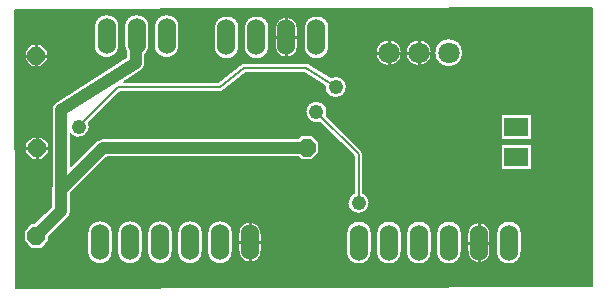
<source format=gbl>
%FSLAX23Y23*%
%MOIN*%
G04 EasyPC Gerber Version 16.0.6 Build 3249 *
%AMT92*0 Octagon Pad at angle 0*4,1,8,-0.01243,-0.03000,0.01243,-0.03000,0.03000,-0.01243,0.03000,0.01243,0.01243,0.03000,-0.01243,0.03000,-0.03000,0.01243,-0.03000,-0.01243,-0.01243,-0.03000,0*%
%ADD92T92*%
%ADD18O,0.06000X0.12000*%
%ADD12C,0.00500*%
%ADD96C,0.00591*%
%ADD15C,0.01000*%
%ADD95C,0.03937*%
%ADD97C,0.04800*%
%ADD88C,0.07100*%
%ADD87R,0.08000X0.06000*%
X0Y0D02*
D02*
D12*
X23Y952D02*
X25Y25D01*
X1945Y32*
Y960*
X23Y952*
X77Y761D02*
X55Y784D01*
Y816*
X77Y838*
X109*
X132Y816*
Y784*
X109Y761*
X77*
X80Y453D02*
X57Y476D01*
Y508*
X80Y530*
X112*
X134Y508*
Y476*
X112Y453*
X80*
X86Y242D02*
X142Y297D01*
Y350*
G75*
G02X144Y364I34J3*
G01*
Y618*
G75*
G02X158Y645I32*
G01*
X393Y794*
Y810*
G75*
G02X385Y835I35J25*
G01*
Y895*
G75*
G02X470I43*
G01*
Y835*
G75*
G02X457Y804I-43*
G01*
Y776*
G75*
G02X443Y749I-32*
G01*
X384Y712*
X700*
X775Y773*
G75*
G02X786Y777I11J-13*
G01*
X991*
G75*
G02X1000Y774J-17*
G01*
X1074Y728*
G75*
G02X1128Y696I18J-32*
G01*
G75*
G02X1055I-37*
G01*
G75*
G02X1055Y699I36J0*
G01*
X986Y743*
X792*
X717Y682*
G75*
G02X706Y678I-11J13*
G01*
X372*
X269Y575*
G75*
G02X208Y538I-35J-12*
G01*
Y431*
X293Y516*
G75*
G02X316Y525I23J-23*
G01*
X967*
X977Y536*
X1012*
X1037Y511*
Y476*
X1012Y451*
X977*
X967Y461*
X329*
X209Y341*
Y283*
G75*
G02X199Y259I-34*
G01*
X136Y197*
Y182*
X111Y157*
X76*
X51Y182*
Y217*
X76Y242*
X86*
X285Y835D02*
Y895D01*
G75*
G02X370I43*
G01*
Y835*
G75*
G02X285I-43*
G01*
X348Y208D02*
Y148D01*
G75*
G02X263I-43*
G01*
Y208*
G75*
G02X348I43*
G01*
X448D02*
Y148D01*
G75*
G02X363I-43*
G01*
Y208*
G75*
G02X448I43*
G01*
X485Y835D02*
Y895D01*
G75*
G02X570I43*
G01*
Y835*
G75*
G02X485I-43*
G01*
X548Y208D02*
Y148D01*
G75*
G02X463I-43*
G01*
Y208*
G75*
G02X548I43*
G01*
X648D02*
Y148D01*
G75*
G02X563I-43*
G01*
Y208*
G75*
G02X648I43*
G01*
X748D02*
Y148D01*
G75*
G02X663I-43*
G01*
Y208*
G75*
G02X748I43*
G01*
X770Y891D02*
Y831D01*
G75*
G02X685I-43*
G01*
Y891*
G75*
G02X770I43*
G01*
X844Y208D02*
Y148D01*
G75*
G02X767I-38*
G01*
Y208*
G75*
G02X844I38*
G01*
X870Y891D02*
Y831D01*
G75*
G02X785I-43*
G01*
Y891*
G75*
G02X870I43*
G01*
X965D02*
Y831D01*
G75*
G02X889I-38*
G01*
Y891*
G75*
G02X965I38*
G01*
X1039Y577D02*
G75*
G02X990Y612I-12J34D01*
G01*
G75*
G02X1063I37*
G01*
G75*
G02X1061Y599I-37J0*
G01*
X1179Y481*
G75*
G02X1183Y471I-11J-11*
G01*
Y343*
G75*
G02X1204Y310I-15J-33*
G01*
G75*
G02X1131I-37*
G01*
G75*
G02X1152Y343I37*
G01*
Y464*
X1039Y577*
X1070Y891D02*
Y831D01*
G75*
G02X985I-43*
G01*
Y891*
G75*
G02X1070I43*
G01*
X1126Y147D02*
Y207D01*
G75*
G02X1211I43*
G01*
Y147*
G75*
G02X1126I-43*
G01*
X1226D02*
Y207D01*
G75*
G02X1311I43*
G01*
Y147*
G75*
G02X1226I-43*
G01*
X1312Y810D02*
G75*
G02X1224I-44D01*
G01*
G75*
G02X1312I44*
G01*
X1326Y147D02*
Y207D01*
G75*
G02X1411I43*
G01*
Y147*
G75*
G02X1326I-43*
G01*
X1412Y810D02*
G75*
G02X1324I-44D01*
G01*
G75*
G02X1412I44*
G01*
X1426Y147D02*
Y207D01*
G75*
G02X1511I43*
G01*
Y147*
G75*
G02X1426I-43*
G01*
X1516Y810D02*
G75*
G02X1420I-48D01*
G01*
G75*
G02X1516I48*
G01*
X1530Y147D02*
Y207D01*
G75*
G02X1607I38*
G01*
Y147*
G75*
G02X1530I-38*
G01*
X1626D02*
Y207D01*
G75*
G02X1711I43*
G01*
Y147*
G75*
G02X1626I-43*
G01*
X1746Y419D02*
X1641D01*
Y504*
X1746*
Y419*
Y519D02*
X1641D01*
Y604*
X1746*
Y519*
X24Y800D02*
G36*
X24Y562D01*
X144*
Y618*
G75*
G02X158Y645I32*
G01*
X393Y794*
Y800*
X352*
G75*
G02X304I-24J35*
G01*
X132*
Y784*
X109Y761*
X77*
X55Y784*
Y800*
X24*
G37*
X55D02*
G36*
Y816D01*
X77Y838*
X109*
X132Y816*
Y800*
X304*
G75*
G02X285Y835I24J35*
G01*
Y895*
G75*
G02X370I43*
G01*
Y835*
G75*
G02X352Y800I-43*
G01*
X393*
Y810*
G75*
G02X385Y835I35J25*
G01*
Y895*
G75*
G02X470I43*
G01*
Y835*
G75*
G02X457Y804I-43*
G01*
Y800*
X504*
G75*
G02X485Y835I24J35*
G01*
Y895*
G75*
G02X570I43*
G01*
Y835*
G75*
G02X552Y800I-43*
G01*
X699*
G75*
G02X685Y831I29J31*
G01*
Y891*
G75*
G02X770I43*
G01*
Y831*
G75*
G02X756Y800I-43*
G01*
X799*
G75*
G02X785Y831I29J31*
G01*
Y891*
G75*
G02X870I43*
G01*
Y831*
G75*
G02X856Y800I-43*
G01*
X905*
G75*
G02X889Y831I22J31*
G01*
Y891*
G75*
G02X965I38*
G01*
Y831*
G75*
G02X949Y800I-38*
G01*
X999*
G75*
G02X985Y831I29J31*
G01*
Y891*
G75*
G02X1070I43*
G01*
Y831*
G75*
G02X1056Y800I-43*
G01*
X1225*
G75*
G02X1224Y810I43J10*
G01*
G75*
G02X1312I44*
G01*
G75*
G02X1310Y800I-44J0*
G01*
X1325*
G75*
G02X1324Y810I43J10*
G01*
G75*
G02X1412I44*
G01*
G75*
G02X1410Y800I-44J0*
G01*
X1421*
G75*
G02X1420Y810I47J10*
G01*
G75*
G02X1516I48*
G01*
G75*
G02X1515Y800I-48J0*
G01*
X1945*
Y960*
X23Y952*
X24Y800*
X55*
G37*
X457D02*
G36*
Y776D01*
G75*
G02X443Y749I-32*
G01*
X384Y712*
X700*
X775Y773*
G75*
G02X786Y777I11J-13*
G01*
X991*
G75*
G02X1000Y774J-17*
G01*
X1074Y728*
G75*
G02X1128Y696I18J-32*
G01*
G75*
G02X1055I-37*
G01*
G75*
G02X1055Y699I36J0*
G01*
X986Y743*
X792*
X717Y682*
G75*
G02X706Y678I-11J13*
G01*
X372*
X269Y575*
G75*
G02X271Y562I-35J-12*
G01*
X1055*
X1039Y577*
G75*
G02X990Y612I-12J34*
G01*
G75*
G02X1063I37*
G01*
G75*
G02X1061Y599I-37J0*
G01*
X1098Y562*
X1641*
Y604*
X1746*
Y562*
X1945*
Y800*
X1515*
G75*
G02X1421I-47J10*
G01*
X1410*
G75*
G02X1325I-43J10*
G01*
X1310*
G75*
G02X1225I-43J10*
G01*
X1056*
G75*
G02X999I-29J31*
G01*
X949*
G75*
G02X905I-22J31*
G01*
X856*
G75*
G02X799I-29J31*
G01*
X756*
G75*
G02X699I-29J31*
G01*
X552*
G75*
G02X504I-24J35*
G01*
X457*
G37*
X24Y492D02*
G36*
X24Y178D01*
X55*
X51Y182*
Y217*
X76Y242*
X86*
X142Y297*
Y350*
G75*
G02X144Y364I34J3*
G01*
Y492*
X134*
Y476*
X112Y453*
X80*
X57Y476*
Y492*
X24*
G37*
X57D02*
G36*
Y508D01*
X80Y530*
X112*
X134Y508*
Y492*
X144*
Y562*
X24*
X24Y492*
X57*
G37*
X1037D02*
G36*
Y476D01*
X1012Y451*
X977*
X967Y461*
X329*
X209Y341*
Y283*
G75*
G02X199Y259I-34*
G01*
X136Y197*
Y182*
X132Y178*
X263*
Y208*
G75*
G02X348I43*
G01*
Y178*
X363*
Y208*
G75*
G02X448I43*
G01*
Y178*
X463*
Y208*
G75*
G02X548I43*
G01*
Y178*
X563*
Y208*
G75*
G02X648I43*
G01*
Y178*
X663*
Y208*
G75*
G02X748I43*
G01*
Y178*
X767*
Y208*
G75*
G02X844I38*
G01*
Y178*
X1126*
Y207*
G75*
G02X1211I43*
G01*
Y178*
X1226*
Y207*
G75*
G02X1311I43*
G01*
Y178*
X1326*
Y207*
G75*
G02X1411I43*
G01*
Y178*
X1426*
Y207*
G75*
G02X1511I43*
G01*
Y178*
X1530*
Y207*
G75*
G02X1607I38*
G01*
Y178*
X1626*
Y207*
G75*
G02X1711I43*
G01*
Y178*
X1945*
Y492*
X1746*
Y419*
X1641*
Y492*
X1169*
X1179Y481*
G75*
G02X1183Y471I-11J-11*
G01*
Y343*
G75*
G02X1204Y310I-15J-33*
G01*
G75*
G02X1131I-37*
G01*
G75*
G02X1152Y343I37*
G01*
Y464*
X1125Y492*
X1037*
G37*
X1125D02*
G36*
X1055Y562D01*
X271*
G75*
G02X208Y538I-36J1*
G01*
Y431*
X293Y516*
G75*
G02X316Y525I23J-23*
G01*
X967*
X977Y536*
X1012*
X1037Y511*
Y492*
X1125*
G37*
X1641D02*
G36*
Y504D01*
X1746*
Y492*
X1945*
Y562*
X1746*
Y519*
X1641*
Y562*
X1098*
X1169Y492*
X1641*
G37*
X24Y178D02*
G36*
X25Y25D01*
X1945Y32*
Y178*
X1711*
Y147*
G75*
G02X1626I-43*
G01*
Y178*
X1607*
Y147*
G75*
G02X1530I-38*
G01*
Y178*
X1511*
Y147*
G75*
G02X1426I-43*
G01*
Y178*
X1411*
Y147*
G75*
G02X1326I-43*
G01*
Y178*
X1311*
Y147*
G75*
G02X1226I-43*
G01*
Y178*
X1211*
Y147*
G75*
G02X1126I-43*
G01*
Y178*
X844*
Y148*
G75*
G02X767I-38*
G01*
Y178*
X748*
Y148*
G75*
G02X663I-43*
G01*
Y178*
X648*
Y148*
G75*
G02X563I-43*
G01*
Y178*
X548*
Y148*
G75*
G02X463I-43*
G01*
Y178*
X448*
Y148*
G75*
G02X363I-43*
G01*
Y178*
X348*
Y148*
G75*
G02X263I-43*
G01*
Y178*
X132*
X111Y157*
X76*
X55Y178*
X24*
G37*
D02*
D15*
X68Y800D02*
X52D01*
X71Y492D02*
X55D01*
X93Y775D02*
Y759D01*
Y825D02*
Y841D01*
X96Y467D02*
Y451D01*
Y517D02*
Y533D01*
X118Y800D02*
X134D01*
X121Y492D02*
X137D01*
X780Y178D02*
X764D01*
X805Y123D02*
Y107D01*
Y233D02*
Y249D01*
X830Y178D02*
X846D01*
X902Y861D02*
X886D01*
X927Y806D02*
Y790D01*
Y916D02*
Y932D01*
X952Y861D02*
X968D01*
X1237Y810D02*
X1221D01*
X1268Y779D02*
Y764D01*
Y840D02*
Y856D01*
X1298Y810D02*
X1314D01*
X1337D02*
X1321D01*
X1368Y779D02*
Y764D01*
Y840D02*
Y856D01*
X1398Y810D02*
X1414D01*
X1544Y177D02*
X1528D01*
X1569Y122D02*
Y106D01*
Y232D02*
Y248D01*
X1594Y177D02*
X1610D01*
D02*
D18*
X305Y178D03*
X328Y865D03*
X405Y178D03*
X428Y865D03*
X505Y178D03*
X528Y865D03*
X605Y178D03*
X705D03*
X727Y861D03*
X805Y178D03*
X827Y861D03*
X927D03*
X1027D03*
X1169Y177D03*
X1269D03*
X1369D03*
X1469D03*
X1569D03*
X1669D03*
D02*
D87*
X1693Y462D03*
Y562D03*
D02*
D88*
X1268Y810D03*
X1368D03*
X1468D03*
D02*
D92*
X93Y200D03*
Y800D03*
X96Y492D03*
X995Y493D03*
D02*
D95*
X93Y200D02*
X95D01*
Y202*
X176Y283*
Y353*
Y618*
X425Y776*
Y865*
X428*
X995Y493D02*
X316D01*
X176Y353*
D02*
D96*
X1092Y696D02*
Y695D01*
X991Y760*
X786*
X706Y695*
X365*
X234Y564*
Y563*
X1168Y310D02*
Y471D01*
X1027Y612*
D02*
D97*
X234Y563D03*
X1027Y612D03*
X1092Y696D03*
X1168Y310D03*
X0Y0D02*
M02*

</source>
